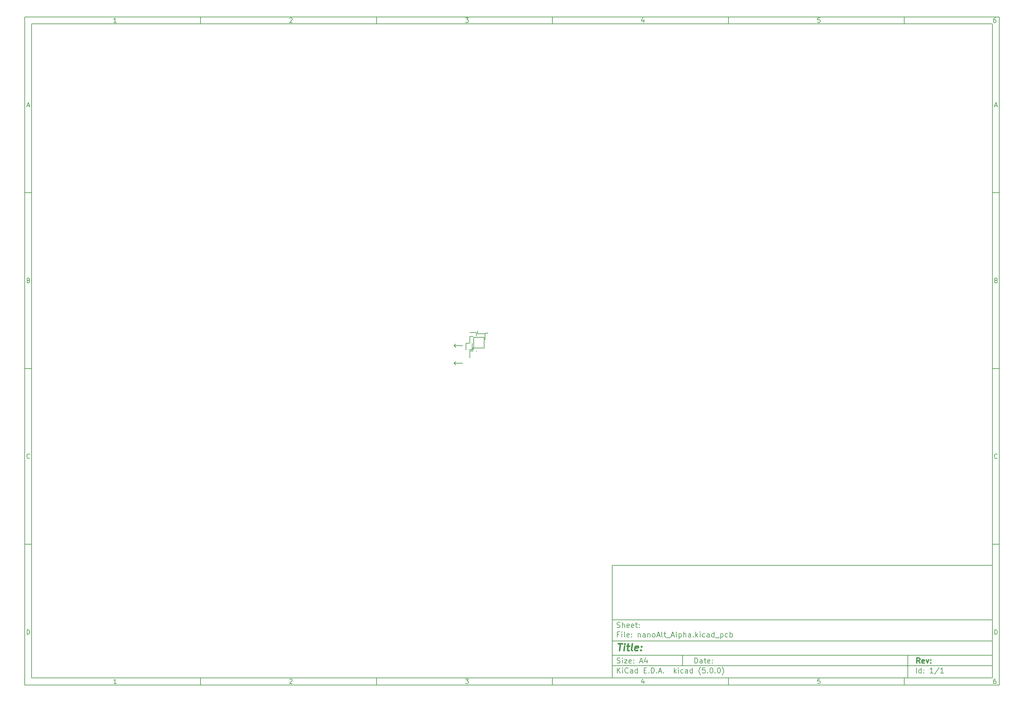
<source format=gbr>
G04 #@! TF.GenerationSoftware,KiCad,Pcbnew,(5.0.0)*
G04 #@! TF.CreationDate,2018-07-29T19:12:53+01:00*
G04 #@! TF.ProjectId,nanoAlt_Alpha,6E616E6F416C745F416C7068612E6B69,rev?*
G04 #@! TF.SameCoordinates,Original*
G04 #@! TF.FileFunction,Legend,Top*
G04 #@! TF.FilePolarity,Positive*
%FSLAX46Y46*%
G04 Gerber Fmt 4.6, Leading zero omitted, Abs format (unit mm)*
G04 Created by KiCad (PCBNEW (5.0.0)) date 07/29/18 19:12:53*
%MOMM*%
%LPD*%
G01*
G04 APERTURE LIST*
%ADD10C,0.100000*%
%ADD11C,0.150000*%
%ADD12C,0.300000*%
%ADD13C,0.400000*%
%ADD14C,0.200000*%
%ADD15C,0.254000*%
%ADD16R,1.025400X1.025400*%
%ADD17C,0.325400*%
%ADD18R,0.625400X0.625400*%
%ADD19C,3.025400*%
%ADD20R,0.825400X0.825400*%
%ADD21C,0.825400*%
G04 APERTURE END LIST*
D10*
D11*
X177002200Y-166007200D02*
X177002200Y-198007200D01*
X285002200Y-198007200D01*
X285002200Y-166007200D01*
X177002200Y-166007200D01*
D10*
D11*
X10000000Y-10000000D02*
X10000000Y-200007200D01*
X287002200Y-200007200D01*
X287002200Y-10000000D01*
X10000000Y-10000000D01*
D10*
D11*
X12000000Y-12000000D02*
X12000000Y-198007200D01*
X285002200Y-198007200D01*
X285002200Y-12000000D01*
X12000000Y-12000000D01*
D10*
D11*
X60000000Y-12000000D02*
X60000000Y-10000000D01*
D10*
D11*
X110000000Y-12000000D02*
X110000000Y-10000000D01*
D10*
D11*
X160000000Y-12000000D02*
X160000000Y-10000000D01*
D10*
D11*
X210000000Y-12000000D02*
X210000000Y-10000000D01*
D10*
D11*
X260000000Y-12000000D02*
X260000000Y-10000000D01*
D10*
D11*
X36065476Y-11588095D02*
X35322619Y-11588095D01*
X35694047Y-11588095D02*
X35694047Y-10288095D01*
X35570238Y-10473809D01*
X35446428Y-10597619D01*
X35322619Y-10659523D01*
D10*
D11*
X85322619Y-10411904D02*
X85384523Y-10350000D01*
X85508333Y-10288095D01*
X85817857Y-10288095D01*
X85941666Y-10350000D01*
X86003571Y-10411904D01*
X86065476Y-10535714D01*
X86065476Y-10659523D01*
X86003571Y-10845238D01*
X85260714Y-11588095D01*
X86065476Y-11588095D01*
D10*
D11*
X135260714Y-10288095D02*
X136065476Y-10288095D01*
X135632142Y-10783333D01*
X135817857Y-10783333D01*
X135941666Y-10845238D01*
X136003571Y-10907142D01*
X136065476Y-11030952D01*
X136065476Y-11340476D01*
X136003571Y-11464285D01*
X135941666Y-11526190D01*
X135817857Y-11588095D01*
X135446428Y-11588095D01*
X135322619Y-11526190D01*
X135260714Y-11464285D01*
D10*
D11*
X185941666Y-10721428D02*
X185941666Y-11588095D01*
X185632142Y-10226190D02*
X185322619Y-11154761D01*
X186127380Y-11154761D01*
D10*
D11*
X236003571Y-10288095D02*
X235384523Y-10288095D01*
X235322619Y-10907142D01*
X235384523Y-10845238D01*
X235508333Y-10783333D01*
X235817857Y-10783333D01*
X235941666Y-10845238D01*
X236003571Y-10907142D01*
X236065476Y-11030952D01*
X236065476Y-11340476D01*
X236003571Y-11464285D01*
X235941666Y-11526190D01*
X235817857Y-11588095D01*
X235508333Y-11588095D01*
X235384523Y-11526190D01*
X235322619Y-11464285D01*
D10*
D11*
X285941666Y-10288095D02*
X285694047Y-10288095D01*
X285570238Y-10350000D01*
X285508333Y-10411904D01*
X285384523Y-10597619D01*
X285322619Y-10845238D01*
X285322619Y-11340476D01*
X285384523Y-11464285D01*
X285446428Y-11526190D01*
X285570238Y-11588095D01*
X285817857Y-11588095D01*
X285941666Y-11526190D01*
X286003571Y-11464285D01*
X286065476Y-11340476D01*
X286065476Y-11030952D01*
X286003571Y-10907142D01*
X285941666Y-10845238D01*
X285817857Y-10783333D01*
X285570238Y-10783333D01*
X285446428Y-10845238D01*
X285384523Y-10907142D01*
X285322619Y-11030952D01*
D10*
D11*
X60000000Y-198007200D02*
X60000000Y-200007200D01*
D10*
D11*
X110000000Y-198007200D02*
X110000000Y-200007200D01*
D10*
D11*
X160000000Y-198007200D02*
X160000000Y-200007200D01*
D10*
D11*
X210000000Y-198007200D02*
X210000000Y-200007200D01*
D10*
D11*
X260000000Y-198007200D02*
X260000000Y-200007200D01*
D10*
D11*
X36065476Y-199595295D02*
X35322619Y-199595295D01*
X35694047Y-199595295D02*
X35694047Y-198295295D01*
X35570238Y-198481009D01*
X35446428Y-198604819D01*
X35322619Y-198666723D01*
D10*
D11*
X85322619Y-198419104D02*
X85384523Y-198357200D01*
X85508333Y-198295295D01*
X85817857Y-198295295D01*
X85941666Y-198357200D01*
X86003571Y-198419104D01*
X86065476Y-198542914D01*
X86065476Y-198666723D01*
X86003571Y-198852438D01*
X85260714Y-199595295D01*
X86065476Y-199595295D01*
D10*
D11*
X135260714Y-198295295D02*
X136065476Y-198295295D01*
X135632142Y-198790533D01*
X135817857Y-198790533D01*
X135941666Y-198852438D01*
X136003571Y-198914342D01*
X136065476Y-199038152D01*
X136065476Y-199347676D01*
X136003571Y-199471485D01*
X135941666Y-199533390D01*
X135817857Y-199595295D01*
X135446428Y-199595295D01*
X135322619Y-199533390D01*
X135260714Y-199471485D01*
D10*
D11*
X185941666Y-198728628D02*
X185941666Y-199595295D01*
X185632142Y-198233390D02*
X185322619Y-199161961D01*
X186127380Y-199161961D01*
D10*
D11*
X236003571Y-198295295D02*
X235384523Y-198295295D01*
X235322619Y-198914342D01*
X235384523Y-198852438D01*
X235508333Y-198790533D01*
X235817857Y-198790533D01*
X235941666Y-198852438D01*
X236003571Y-198914342D01*
X236065476Y-199038152D01*
X236065476Y-199347676D01*
X236003571Y-199471485D01*
X235941666Y-199533390D01*
X235817857Y-199595295D01*
X235508333Y-199595295D01*
X235384523Y-199533390D01*
X235322619Y-199471485D01*
D10*
D11*
X285941666Y-198295295D02*
X285694047Y-198295295D01*
X285570238Y-198357200D01*
X285508333Y-198419104D01*
X285384523Y-198604819D01*
X285322619Y-198852438D01*
X285322619Y-199347676D01*
X285384523Y-199471485D01*
X285446428Y-199533390D01*
X285570238Y-199595295D01*
X285817857Y-199595295D01*
X285941666Y-199533390D01*
X286003571Y-199471485D01*
X286065476Y-199347676D01*
X286065476Y-199038152D01*
X286003571Y-198914342D01*
X285941666Y-198852438D01*
X285817857Y-198790533D01*
X285570238Y-198790533D01*
X285446428Y-198852438D01*
X285384523Y-198914342D01*
X285322619Y-199038152D01*
D10*
D11*
X10000000Y-60000000D02*
X12000000Y-60000000D01*
D10*
D11*
X10000000Y-110000000D02*
X12000000Y-110000000D01*
D10*
D11*
X10000000Y-160000000D02*
X12000000Y-160000000D01*
D10*
D11*
X10690476Y-35216666D02*
X11309523Y-35216666D01*
X10566666Y-35588095D02*
X11000000Y-34288095D01*
X11433333Y-35588095D01*
D10*
D11*
X11092857Y-84907142D02*
X11278571Y-84969047D01*
X11340476Y-85030952D01*
X11402380Y-85154761D01*
X11402380Y-85340476D01*
X11340476Y-85464285D01*
X11278571Y-85526190D01*
X11154761Y-85588095D01*
X10659523Y-85588095D01*
X10659523Y-84288095D01*
X11092857Y-84288095D01*
X11216666Y-84350000D01*
X11278571Y-84411904D01*
X11340476Y-84535714D01*
X11340476Y-84659523D01*
X11278571Y-84783333D01*
X11216666Y-84845238D01*
X11092857Y-84907142D01*
X10659523Y-84907142D01*
D10*
D11*
X11402380Y-135464285D02*
X11340476Y-135526190D01*
X11154761Y-135588095D01*
X11030952Y-135588095D01*
X10845238Y-135526190D01*
X10721428Y-135402380D01*
X10659523Y-135278571D01*
X10597619Y-135030952D01*
X10597619Y-134845238D01*
X10659523Y-134597619D01*
X10721428Y-134473809D01*
X10845238Y-134350000D01*
X11030952Y-134288095D01*
X11154761Y-134288095D01*
X11340476Y-134350000D01*
X11402380Y-134411904D01*
D10*
D11*
X10659523Y-185588095D02*
X10659523Y-184288095D01*
X10969047Y-184288095D01*
X11154761Y-184350000D01*
X11278571Y-184473809D01*
X11340476Y-184597619D01*
X11402380Y-184845238D01*
X11402380Y-185030952D01*
X11340476Y-185278571D01*
X11278571Y-185402380D01*
X11154761Y-185526190D01*
X10969047Y-185588095D01*
X10659523Y-185588095D01*
D10*
D11*
X287002200Y-60000000D02*
X285002200Y-60000000D01*
D10*
D11*
X287002200Y-110000000D02*
X285002200Y-110000000D01*
D10*
D11*
X287002200Y-160000000D02*
X285002200Y-160000000D01*
D10*
D11*
X285692676Y-35216666D02*
X286311723Y-35216666D01*
X285568866Y-35588095D02*
X286002200Y-34288095D01*
X286435533Y-35588095D01*
D10*
D11*
X286095057Y-84907142D02*
X286280771Y-84969047D01*
X286342676Y-85030952D01*
X286404580Y-85154761D01*
X286404580Y-85340476D01*
X286342676Y-85464285D01*
X286280771Y-85526190D01*
X286156961Y-85588095D01*
X285661723Y-85588095D01*
X285661723Y-84288095D01*
X286095057Y-84288095D01*
X286218866Y-84350000D01*
X286280771Y-84411904D01*
X286342676Y-84535714D01*
X286342676Y-84659523D01*
X286280771Y-84783333D01*
X286218866Y-84845238D01*
X286095057Y-84907142D01*
X285661723Y-84907142D01*
D10*
D11*
X286404580Y-135464285D02*
X286342676Y-135526190D01*
X286156961Y-135588095D01*
X286033152Y-135588095D01*
X285847438Y-135526190D01*
X285723628Y-135402380D01*
X285661723Y-135278571D01*
X285599819Y-135030952D01*
X285599819Y-134845238D01*
X285661723Y-134597619D01*
X285723628Y-134473809D01*
X285847438Y-134350000D01*
X286033152Y-134288095D01*
X286156961Y-134288095D01*
X286342676Y-134350000D01*
X286404580Y-134411904D01*
D10*
D11*
X285661723Y-185588095D02*
X285661723Y-184288095D01*
X285971247Y-184288095D01*
X286156961Y-184350000D01*
X286280771Y-184473809D01*
X286342676Y-184597619D01*
X286404580Y-184845238D01*
X286404580Y-185030952D01*
X286342676Y-185278571D01*
X286280771Y-185402380D01*
X286156961Y-185526190D01*
X285971247Y-185588095D01*
X285661723Y-185588095D01*
D10*
D11*
X200434342Y-193785771D02*
X200434342Y-192285771D01*
X200791485Y-192285771D01*
X201005771Y-192357200D01*
X201148628Y-192500057D01*
X201220057Y-192642914D01*
X201291485Y-192928628D01*
X201291485Y-193142914D01*
X201220057Y-193428628D01*
X201148628Y-193571485D01*
X201005771Y-193714342D01*
X200791485Y-193785771D01*
X200434342Y-193785771D01*
X202577200Y-193785771D02*
X202577200Y-193000057D01*
X202505771Y-192857200D01*
X202362914Y-192785771D01*
X202077200Y-192785771D01*
X201934342Y-192857200D01*
X202577200Y-193714342D02*
X202434342Y-193785771D01*
X202077200Y-193785771D01*
X201934342Y-193714342D01*
X201862914Y-193571485D01*
X201862914Y-193428628D01*
X201934342Y-193285771D01*
X202077200Y-193214342D01*
X202434342Y-193214342D01*
X202577200Y-193142914D01*
X203077200Y-192785771D02*
X203648628Y-192785771D01*
X203291485Y-192285771D02*
X203291485Y-193571485D01*
X203362914Y-193714342D01*
X203505771Y-193785771D01*
X203648628Y-193785771D01*
X204720057Y-193714342D02*
X204577200Y-193785771D01*
X204291485Y-193785771D01*
X204148628Y-193714342D01*
X204077200Y-193571485D01*
X204077200Y-193000057D01*
X204148628Y-192857200D01*
X204291485Y-192785771D01*
X204577200Y-192785771D01*
X204720057Y-192857200D01*
X204791485Y-193000057D01*
X204791485Y-193142914D01*
X204077200Y-193285771D01*
X205434342Y-193642914D02*
X205505771Y-193714342D01*
X205434342Y-193785771D01*
X205362914Y-193714342D01*
X205434342Y-193642914D01*
X205434342Y-193785771D01*
X205434342Y-192857200D02*
X205505771Y-192928628D01*
X205434342Y-193000057D01*
X205362914Y-192928628D01*
X205434342Y-192857200D01*
X205434342Y-193000057D01*
D10*
D11*
X177002200Y-194507200D02*
X285002200Y-194507200D01*
D10*
D11*
X178434342Y-196585771D02*
X178434342Y-195085771D01*
X179291485Y-196585771D02*
X178648628Y-195728628D01*
X179291485Y-195085771D02*
X178434342Y-195942914D01*
X179934342Y-196585771D02*
X179934342Y-195585771D01*
X179934342Y-195085771D02*
X179862914Y-195157200D01*
X179934342Y-195228628D01*
X180005771Y-195157200D01*
X179934342Y-195085771D01*
X179934342Y-195228628D01*
X181505771Y-196442914D02*
X181434342Y-196514342D01*
X181220057Y-196585771D01*
X181077200Y-196585771D01*
X180862914Y-196514342D01*
X180720057Y-196371485D01*
X180648628Y-196228628D01*
X180577200Y-195942914D01*
X180577200Y-195728628D01*
X180648628Y-195442914D01*
X180720057Y-195300057D01*
X180862914Y-195157200D01*
X181077200Y-195085771D01*
X181220057Y-195085771D01*
X181434342Y-195157200D01*
X181505771Y-195228628D01*
X182791485Y-196585771D02*
X182791485Y-195800057D01*
X182720057Y-195657200D01*
X182577200Y-195585771D01*
X182291485Y-195585771D01*
X182148628Y-195657200D01*
X182791485Y-196514342D02*
X182648628Y-196585771D01*
X182291485Y-196585771D01*
X182148628Y-196514342D01*
X182077200Y-196371485D01*
X182077200Y-196228628D01*
X182148628Y-196085771D01*
X182291485Y-196014342D01*
X182648628Y-196014342D01*
X182791485Y-195942914D01*
X184148628Y-196585771D02*
X184148628Y-195085771D01*
X184148628Y-196514342D02*
X184005771Y-196585771D01*
X183720057Y-196585771D01*
X183577200Y-196514342D01*
X183505771Y-196442914D01*
X183434342Y-196300057D01*
X183434342Y-195871485D01*
X183505771Y-195728628D01*
X183577200Y-195657200D01*
X183720057Y-195585771D01*
X184005771Y-195585771D01*
X184148628Y-195657200D01*
X186005771Y-195800057D02*
X186505771Y-195800057D01*
X186720057Y-196585771D02*
X186005771Y-196585771D01*
X186005771Y-195085771D01*
X186720057Y-195085771D01*
X187362914Y-196442914D02*
X187434342Y-196514342D01*
X187362914Y-196585771D01*
X187291485Y-196514342D01*
X187362914Y-196442914D01*
X187362914Y-196585771D01*
X188077200Y-196585771D02*
X188077200Y-195085771D01*
X188434342Y-195085771D01*
X188648628Y-195157200D01*
X188791485Y-195300057D01*
X188862914Y-195442914D01*
X188934342Y-195728628D01*
X188934342Y-195942914D01*
X188862914Y-196228628D01*
X188791485Y-196371485D01*
X188648628Y-196514342D01*
X188434342Y-196585771D01*
X188077200Y-196585771D01*
X189577200Y-196442914D02*
X189648628Y-196514342D01*
X189577200Y-196585771D01*
X189505771Y-196514342D01*
X189577200Y-196442914D01*
X189577200Y-196585771D01*
X190220057Y-196157200D02*
X190934342Y-196157200D01*
X190077200Y-196585771D02*
X190577200Y-195085771D01*
X191077200Y-196585771D01*
X191577200Y-196442914D02*
X191648628Y-196514342D01*
X191577200Y-196585771D01*
X191505771Y-196514342D01*
X191577200Y-196442914D01*
X191577200Y-196585771D01*
X194577200Y-196585771D02*
X194577200Y-195085771D01*
X194720057Y-196014342D02*
X195148628Y-196585771D01*
X195148628Y-195585771D02*
X194577200Y-196157200D01*
X195791485Y-196585771D02*
X195791485Y-195585771D01*
X195791485Y-195085771D02*
X195720057Y-195157200D01*
X195791485Y-195228628D01*
X195862914Y-195157200D01*
X195791485Y-195085771D01*
X195791485Y-195228628D01*
X197148628Y-196514342D02*
X197005771Y-196585771D01*
X196720057Y-196585771D01*
X196577200Y-196514342D01*
X196505771Y-196442914D01*
X196434342Y-196300057D01*
X196434342Y-195871485D01*
X196505771Y-195728628D01*
X196577200Y-195657200D01*
X196720057Y-195585771D01*
X197005771Y-195585771D01*
X197148628Y-195657200D01*
X198434342Y-196585771D02*
X198434342Y-195800057D01*
X198362914Y-195657200D01*
X198220057Y-195585771D01*
X197934342Y-195585771D01*
X197791485Y-195657200D01*
X198434342Y-196514342D02*
X198291485Y-196585771D01*
X197934342Y-196585771D01*
X197791485Y-196514342D01*
X197720057Y-196371485D01*
X197720057Y-196228628D01*
X197791485Y-196085771D01*
X197934342Y-196014342D01*
X198291485Y-196014342D01*
X198434342Y-195942914D01*
X199791485Y-196585771D02*
X199791485Y-195085771D01*
X199791485Y-196514342D02*
X199648628Y-196585771D01*
X199362914Y-196585771D01*
X199220057Y-196514342D01*
X199148628Y-196442914D01*
X199077200Y-196300057D01*
X199077200Y-195871485D01*
X199148628Y-195728628D01*
X199220057Y-195657200D01*
X199362914Y-195585771D01*
X199648628Y-195585771D01*
X199791485Y-195657200D01*
X202077200Y-197157200D02*
X202005771Y-197085771D01*
X201862914Y-196871485D01*
X201791485Y-196728628D01*
X201720057Y-196514342D01*
X201648628Y-196157200D01*
X201648628Y-195871485D01*
X201720057Y-195514342D01*
X201791485Y-195300057D01*
X201862914Y-195157200D01*
X202005771Y-194942914D01*
X202077200Y-194871485D01*
X203362914Y-195085771D02*
X202648628Y-195085771D01*
X202577200Y-195800057D01*
X202648628Y-195728628D01*
X202791485Y-195657200D01*
X203148628Y-195657200D01*
X203291485Y-195728628D01*
X203362914Y-195800057D01*
X203434342Y-195942914D01*
X203434342Y-196300057D01*
X203362914Y-196442914D01*
X203291485Y-196514342D01*
X203148628Y-196585771D01*
X202791485Y-196585771D01*
X202648628Y-196514342D01*
X202577200Y-196442914D01*
X204077200Y-196442914D02*
X204148628Y-196514342D01*
X204077200Y-196585771D01*
X204005771Y-196514342D01*
X204077200Y-196442914D01*
X204077200Y-196585771D01*
X205077200Y-195085771D02*
X205220057Y-195085771D01*
X205362914Y-195157200D01*
X205434342Y-195228628D01*
X205505771Y-195371485D01*
X205577200Y-195657200D01*
X205577200Y-196014342D01*
X205505771Y-196300057D01*
X205434342Y-196442914D01*
X205362914Y-196514342D01*
X205220057Y-196585771D01*
X205077200Y-196585771D01*
X204934342Y-196514342D01*
X204862914Y-196442914D01*
X204791485Y-196300057D01*
X204720057Y-196014342D01*
X204720057Y-195657200D01*
X204791485Y-195371485D01*
X204862914Y-195228628D01*
X204934342Y-195157200D01*
X205077200Y-195085771D01*
X206220057Y-196442914D02*
X206291485Y-196514342D01*
X206220057Y-196585771D01*
X206148628Y-196514342D01*
X206220057Y-196442914D01*
X206220057Y-196585771D01*
X207220057Y-195085771D02*
X207362914Y-195085771D01*
X207505771Y-195157200D01*
X207577200Y-195228628D01*
X207648628Y-195371485D01*
X207720057Y-195657200D01*
X207720057Y-196014342D01*
X207648628Y-196300057D01*
X207577200Y-196442914D01*
X207505771Y-196514342D01*
X207362914Y-196585771D01*
X207220057Y-196585771D01*
X207077200Y-196514342D01*
X207005771Y-196442914D01*
X206934342Y-196300057D01*
X206862914Y-196014342D01*
X206862914Y-195657200D01*
X206934342Y-195371485D01*
X207005771Y-195228628D01*
X207077200Y-195157200D01*
X207220057Y-195085771D01*
X208220057Y-197157200D02*
X208291485Y-197085771D01*
X208434342Y-196871485D01*
X208505771Y-196728628D01*
X208577200Y-196514342D01*
X208648628Y-196157200D01*
X208648628Y-195871485D01*
X208577200Y-195514342D01*
X208505771Y-195300057D01*
X208434342Y-195157200D01*
X208291485Y-194942914D01*
X208220057Y-194871485D01*
D10*
D11*
X177002200Y-191507200D02*
X285002200Y-191507200D01*
D10*
D12*
X264411485Y-193785771D02*
X263911485Y-193071485D01*
X263554342Y-193785771D02*
X263554342Y-192285771D01*
X264125771Y-192285771D01*
X264268628Y-192357200D01*
X264340057Y-192428628D01*
X264411485Y-192571485D01*
X264411485Y-192785771D01*
X264340057Y-192928628D01*
X264268628Y-193000057D01*
X264125771Y-193071485D01*
X263554342Y-193071485D01*
X265625771Y-193714342D02*
X265482914Y-193785771D01*
X265197200Y-193785771D01*
X265054342Y-193714342D01*
X264982914Y-193571485D01*
X264982914Y-193000057D01*
X265054342Y-192857200D01*
X265197200Y-192785771D01*
X265482914Y-192785771D01*
X265625771Y-192857200D01*
X265697200Y-193000057D01*
X265697200Y-193142914D01*
X264982914Y-193285771D01*
X266197200Y-192785771D02*
X266554342Y-193785771D01*
X266911485Y-192785771D01*
X267482914Y-193642914D02*
X267554342Y-193714342D01*
X267482914Y-193785771D01*
X267411485Y-193714342D01*
X267482914Y-193642914D01*
X267482914Y-193785771D01*
X267482914Y-192857200D02*
X267554342Y-192928628D01*
X267482914Y-193000057D01*
X267411485Y-192928628D01*
X267482914Y-192857200D01*
X267482914Y-193000057D01*
D10*
D11*
X178362914Y-193714342D02*
X178577200Y-193785771D01*
X178934342Y-193785771D01*
X179077200Y-193714342D01*
X179148628Y-193642914D01*
X179220057Y-193500057D01*
X179220057Y-193357200D01*
X179148628Y-193214342D01*
X179077200Y-193142914D01*
X178934342Y-193071485D01*
X178648628Y-193000057D01*
X178505771Y-192928628D01*
X178434342Y-192857200D01*
X178362914Y-192714342D01*
X178362914Y-192571485D01*
X178434342Y-192428628D01*
X178505771Y-192357200D01*
X178648628Y-192285771D01*
X179005771Y-192285771D01*
X179220057Y-192357200D01*
X179862914Y-193785771D02*
X179862914Y-192785771D01*
X179862914Y-192285771D02*
X179791485Y-192357200D01*
X179862914Y-192428628D01*
X179934342Y-192357200D01*
X179862914Y-192285771D01*
X179862914Y-192428628D01*
X180434342Y-192785771D02*
X181220057Y-192785771D01*
X180434342Y-193785771D01*
X181220057Y-193785771D01*
X182362914Y-193714342D02*
X182220057Y-193785771D01*
X181934342Y-193785771D01*
X181791485Y-193714342D01*
X181720057Y-193571485D01*
X181720057Y-193000057D01*
X181791485Y-192857200D01*
X181934342Y-192785771D01*
X182220057Y-192785771D01*
X182362914Y-192857200D01*
X182434342Y-193000057D01*
X182434342Y-193142914D01*
X181720057Y-193285771D01*
X183077200Y-193642914D02*
X183148628Y-193714342D01*
X183077200Y-193785771D01*
X183005771Y-193714342D01*
X183077200Y-193642914D01*
X183077200Y-193785771D01*
X183077200Y-192857200D02*
X183148628Y-192928628D01*
X183077200Y-193000057D01*
X183005771Y-192928628D01*
X183077200Y-192857200D01*
X183077200Y-193000057D01*
X184862914Y-193357200D02*
X185577200Y-193357200D01*
X184720057Y-193785771D02*
X185220057Y-192285771D01*
X185720057Y-193785771D01*
X186862914Y-192785771D02*
X186862914Y-193785771D01*
X186505771Y-192214342D02*
X186148628Y-193285771D01*
X187077200Y-193285771D01*
D10*
D11*
X263434342Y-196585771D02*
X263434342Y-195085771D01*
X264791485Y-196585771D02*
X264791485Y-195085771D01*
X264791485Y-196514342D02*
X264648628Y-196585771D01*
X264362914Y-196585771D01*
X264220057Y-196514342D01*
X264148628Y-196442914D01*
X264077200Y-196300057D01*
X264077200Y-195871485D01*
X264148628Y-195728628D01*
X264220057Y-195657200D01*
X264362914Y-195585771D01*
X264648628Y-195585771D01*
X264791485Y-195657200D01*
X265505771Y-196442914D02*
X265577200Y-196514342D01*
X265505771Y-196585771D01*
X265434342Y-196514342D01*
X265505771Y-196442914D01*
X265505771Y-196585771D01*
X265505771Y-195657200D02*
X265577200Y-195728628D01*
X265505771Y-195800057D01*
X265434342Y-195728628D01*
X265505771Y-195657200D01*
X265505771Y-195800057D01*
X268148628Y-196585771D02*
X267291485Y-196585771D01*
X267720057Y-196585771D02*
X267720057Y-195085771D01*
X267577200Y-195300057D01*
X267434342Y-195442914D01*
X267291485Y-195514342D01*
X269862914Y-195014342D02*
X268577200Y-196942914D01*
X271148628Y-196585771D02*
X270291485Y-196585771D01*
X270720057Y-196585771D02*
X270720057Y-195085771D01*
X270577200Y-195300057D01*
X270434342Y-195442914D01*
X270291485Y-195514342D01*
D10*
D11*
X177002200Y-187507200D02*
X285002200Y-187507200D01*
D10*
D13*
X178714580Y-188211961D02*
X179857438Y-188211961D01*
X179036009Y-190211961D02*
X179286009Y-188211961D01*
X180274104Y-190211961D02*
X180440771Y-188878628D01*
X180524104Y-188211961D02*
X180416961Y-188307200D01*
X180500295Y-188402438D01*
X180607438Y-188307200D01*
X180524104Y-188211961D01*
X180500295Y-188402438D01*
X181107438Y-188878628D02*
X181869342Y-188878628D01*
X181476485Y-188211961D02*
X181262200Y-189926247D01*
X181333628Y-190116723D01*
X181512200Y-190211961D01*
X181702676Y-190211961D01*
X182655057Y-190211961D02*
X182476485Y-190116723D01*
X182405057Y-189926247D01*
X182619342Y-188211961D01*
X184190771Y-190116723D02*
X183988390Y-190211961D01*
X183607438Y-190211961D01*
X183428866Y-190116723D01*
X183357438Y-189926247D01*
X183452676Y-189164342D01*
X183571723Y-188973866D01*
X183774104Y-188878628D01*
X184155057Y-188878628D01*
X184333628Y-188973866D01*
X184405057Y-189164342D01*
X184381247Y-189354819D01*
X183405057Y-189545295D01*
X185155057Y-190021485D02*
X185238390Y-190116723D01*
X185131247Y-190211961D01*
X185047914Y-190116723D01*
X185155057Y-190021485D01*
X185131247Y-190211961D01*
X185286009Y-188973866D02*
X185369342Y-189069104D01*
X185262200Y-189164342D01*
X185178866Y-189069104D01*
X185286009Y-188973866D01*
X185262200Y-189164342D01*
D10*
D11*
X178934342Y-185600057D02*
X178434342Y-185600057D01*
X178434342Y-186385771D02*
X178434342Y-184885771D01*
X179148628Y-184885771D01*
X179720057Y-186385771D02*
X179720057Y-185385771D01*
X179720057Y-184885771D02*
X179648628Y-184957200D01*
X179720057Y-185028628D01*
X179791485Y-184957200D01*
X179720057Y-184885771D01*
X179720057Y-185028628D01*
X180648628Y-186385771D02*
X180505771Y-186314342D01*
X180434342Y-186171485D01*
X180434342Y-184885771D01*
X181791485Y-186314342D02*
X181648628Y-186385771D01*
X181362914Y-186385771D01*
X181220057Y-186314342D01*
X181148628Y-186171485D01*
X181148628Y-185600057D01*
X181220057Y-185457200D01*
X181362914Y-185385771D01*
X181648628Y-185385771D01*
X181791485Y-185457200D01*
X181862914Y-185600057D01*
X181862914Y-185742914D01*
X181148628Y-185885771D01*
X182505771Y-186242914D02*
X182577200Y-186314342D01*
X182505771Y-186385771D01*
X182434342Y-186314342D01*
X182505771Y-186242914D01*
X182505771Y-186385771D01*
X182505771Y-185457200D02*
X182577200Y-185528628D01*
X182505771Y-185600057D01*
X182434342Y-185528628D01*
X182505771Y-185457200D01*
X182505771Y-185600057D01*
X184362914Y-185385771D02*
X184362914Y-186385771D01*
X184362914Y-185528628D02*
X184434342Y-185457200D01*
X184577200Y-185385771D01*
X184791485Y-185385771D01*
X184934342Y-185457200D01*
X185005771Y-185600057D01*
X185005771Y-186385771D01*
X186362914Y-186385771D02*
X186362914Y-185600057D01*
X186291485Y-185457200D01*
X186148628Y-185385771D01*
X185862914Y-185385771D01*
X185720057Y-185457200D01*
X186362914Y-186314342D02*
X186220057Y-186385771D01*
X185862914Y-186385771D01*
X185720057Y-186314342D01*
X185648628Y-186171485D01*
X185648628Y-186028628D01*
X185720057Y-185885771D01*
X185862914Y-185814342D01*
X186220057Y-185814342D01*
X186362914Y-185742914D01*
X187077200Y-185385771D02*
X187077200Y-186385771D01*
X187077200Y-185528628D02*
X187148628Y-185457200D01*
X187291485Y-185385771D01*
X187505771Y-185385771D01*
X187648628Y-185457200D01*
X187720057Y-185600057D01*
X187720057Y-186385771D01*
X188648628Y-186385771D02*
X188505771Y-186314342D01*
X188434342Y-186242914D01*
X188362914Y-186100057D01*
X188362914Y-185671485D01*
X188434342Y-185528628D01*
X188505771Y-185457200D01*
X188648628Y-185385771D01*
X188862914Y-185385771D01*
X189005771Y-185457200D01*
X189077200Y-185528628D01*
X189148628Y-185671485D01*
X189148628Y-186100057D01*
X189077200Y-186242914D01*
X189005771Y-186314342D01*
X188862914Y-186385771D01*
X188648628Y-186385771D01*
X189720057Y-185957200D02*
X190434342Y-185957200D01*
X189577200Y-186385771D02*
X190077200Y-184885771D01*
X190577200Y-186385771D01*
X191291485Y-186385771D02*
X191148628Y-186314342D01*
X191077200Y-186171485D01*
X191077200Y-184885771D01*
X191648628Y-185385771D02*
X192220057Y-185385771D01*
X191862914Y-184885771D02*
X191862914Y-186171485D01*
X191934342Y-186314342D01*
X192077200Y-186385771D01*
X192220057Y-186385771D01*
X192362914Y-186528628D02*
X193505771Y-186528628D01*
X193791485Y-185957200D02*
X194505771Y-185957200D01*
X193648628Y-186385771D02*
X194148628Y-184885771D01*
X194648628Y-186385771D01*
X195362914Y-186385771D02*
X195220057Y-186314342D01*
X195148628Y-186171485D01*
X195148628Y-184885771D01*
X195934342Y-185385771D02*
X195934342Y-186885771D01*
X195934342Y-185457200D02*
X196077200Y-185385771D01*
X196362914Y-185385771D01*
X196505771Y-185457200D01*
X196577200Y-185528628D01*
X196648628Y-185671485D01*
X196648628Y-186100057D01*
X196577200Y-186242914D01*
X196505771Y-186314342D01*
X196362914Y-186385771D01*
X196077200Y-186385771D01*
X195934342Y-186314342D01*
X197291485Y-186385771D02*
X197291485Y-184885771D01*
X197934342Y-186385771D02*
X197934342Y-185600057D01*
X197862914Y-185457200D01*
X197720057Y-185385771D01*
X197505771Y-185385771D01*
X197362914Y-185457200D01*
X197291485Y-185528628D01*
X199291485Y-186385771D02*
X199291485Y-185600057D01*
X199220057Y-185457200D01*
X199077200Y-185385771D01*
X198791485Y-185385771D01*
X198648628Y-185457200D01*
X199291485Y-186314342D02*
X199148628Y-186385771D01*
X198791485Y-186385771D01*
X198648628Y-186314342D01*
X198577200Y-186171485D01*
X198577200Y-186028628D01*
X198648628Y-185885771D01*
X198791485Y-185814342D01*
X199148628Y-185814342D01*
X199291485Y-185742914D01*
X200005771Y-186242914D02*
X200077200Y-186314342D01*
X200005771Y-186385771D01*
X199934342Y-186314342D01*
X200005771Y-186242914D01*
X200005771Y-186385771D01*
X200720057Y-186385771D02*
X200720057Y-184885771D01*
X200862914Y-185814342D02*
X201291485Y-186385771D01*
X201291485Y-185385771D02*
X200720057Y-185957200D01*
X201934342Y-186385771D02*
X201934342Y-185385771D01*
X201934342Y-184885771D02*
X201862914Y-184957200D01*
X201934342Y-185028628D01*
X202005771Y-184957200D01*
X201934342Y-184885771D01*
X201934342Y-185028628D01*
X203291485Y-186314342D02*
X203148628Y-186385771D01*
X202862914Y-186385771D01*
X202720057Y-186314342D01*
X202648628Y-186242914D01*
X202577200Y-186100057D01*
X202577200Y-185671485D01*
X202648628Y-185528628D01*
X202720057Y-185457200D01*
X202862914Y-185385771D01*
X203148628Y-185385771D01*
X203291485Y-185457200D01*
X204577200Y-186385771D02*
X204577200Y-185600057D01*
X204505771Y-185457200D01*
X204362914Y-185385771D01*
X204077200Y-185385771D01*
X203934342Y-185457200D01*
X204577200Y-186314342D02*
X204434342Y-186385771D01*
X204077200Y-186385771D01*
X203934342Y-186314342D01*
X203862914Y-186171485D01*
X203862914Y-186028628D01*
X203934342Y-185885771D01*
X204077200Y-185814342D01*
X204434342Y-185814342D01*
X204577200Y-185742914D01*
X205934342Y-186385771D02*
X205934342Y-184885771D01*
X205934342Y-186314342D02*
X205791485Y-186385771D01*
X205505771Y-186385771D01*
X205362914Y-186314342D01*
X205291485Y-186242914D01*
X205220057Y-186100057D01*
X205220057Y-185671485D01*
X205291485Y-185528628D01*
X205362914Y-185457200D01*
X205505771Y-185385771D01*
X205791485Y-185385771D01*
X205934342Y-185457200D01*
X206291485Y-186528628D02*
X207434342Y-186528628D01*
X207791485Y-185385771D02*
X207791485Y-186885771D01*
X207791485Y-185457200D02*
X207934342Y-185385771D01*
X208220057Y-185385771D01*
X208362914Y-185457200D01*
X208434342Y-185528628D01*
X208505771Y-185671485D01*
X208505771Y-186100057D01*
X208434342Y-186242914D01*
X208362914Y-186314342D01*
X208220057Y-186385771D01*
X207934342Y-186385771D01*
X207791485Y-186314342D01*
X209791485Y-186314342D02*
X209648628Y-186385771D01*
X209362914Y-186385771D01*
X209220057Y-186314342D01*
X209148628Y-186242914D01*
X209077200Y-186100057D01*
X209077200Y-185671485D01*
X209148628Y-185528628D01*
X209220057Y-185457200D01*
X209362914Y-185385771D01*
X209648628Y-185385771D01*
X209791485Y-185457200D01*
X210434342Y-186385771D02*
X210434342Y-184885771D01*
X210434342Y-185457200D02*
X210577200Y-185385771D01*
X210862914Y-185385771D01*
X211005771Y-185457200D01*
X211077200Y-185528628D01*
X211148628Y-185671485D01*
X211148628Y-186100057D01*
X211077200Y-186242914D01*
X211005771Y-186314342D01*
X210862914Y-186385771D01*
X210577200Y-186385771D01*
X210434342Y-186314342D01*
D10*
D11*
X177002200Y-181507200D02*
X285002200Y-181507200D01*
D10*
D11*
X178362914Y-183614342D02*
X178577200Y-183685771D01*
X178934342Y-183685771D01*
X179077200Y-183614342D01*
X179148628Y-183542914D01*
X179220057Y-183400057D01*
X179220057Y-183257200D01*
X179148628Y-183114342D01*
X179077200Y-183042914D01*
X178934342Y-182971485D01*
X178648628Y-182900057D01*
X178505771Y-182828628D01*
X178434342Y-182757200D01*
X178362914Y-182614342D01*
X178362914Y-182471485D01*
X178434342Y-182328628D01*
X178505771Y-182257200D01*
X178648628Y-182185771D01*
X179005771Y-182185771D01*
X179220057Y-182257200D01*
X179862914Y-183685771D02*
X179862914Y-182185771D01*
X180505771Y-183685771D02*
X180505771Y-182900057D01*
X180434342Y-182757200D01*
X180291485Y-182685771D01*
X180077200Y-182685771D01*
X179934342Y-182757200D01*
X179862914Y-182828628D01*
X181791485Y-183614342D02*
X181648628Y-183685771D01*
X181362914Y-183685771D01*
X181220057Y-183614342D01*
X181148628Y-183471485D01*
X181148628Y-182900057D01*
X181220057Y-182757200D01*
X181362914Y-182685771D01*
X181648628Y-182685771D01*
X181791485Y-182757200D01*
X181862914Y-182900057D01*
X181862914Y-183042914D01*
X181148628Y-183185771D01*
X183077200Y-183614342D02*
X182934342Y-183685771D01*
X182648628Y-183685771D01*
X182505771Y-183614342D01*
X182434342Y-183471485D01*
X182434342Y-182900057D01*
X182505771Y-182757200D01*
X182648628Y-182685771D01*
X182934342Y-182685771D01*
X183077200Y-182757200D01*
X183148628Y-182900057D01*
X183148628Y-183042914D01*
X182434342Y-183185771D01*
X183577200Y-182685771D02*
X184148628Y-182685771D01*
X183791485Y-182185771D02*
X183791485Y-183471485D01*
X183862914Y-183614342D01*
X184005771Y-183685771D01*
X184148628Y-183685771D01*
X184648628Y-183542914D02*
X184720057Y-183614342D01*
X184648628Y-183685771D01*
X184577200Y-183614342D01*
X184648628Y-183542914D01*
X184648628Y-183685771D01*
X184648628Y-182757200D02*
X184720057Y-182828628D01*
X184648628Y-182900057D01*
X184577200Y-182828628D01*
X184648628Y-182757200D01*
X184648628Y-182900057D01*
D10*
D11*
X197002200Y-191507200D02*
X197002200Y-194507200D01*
D10*
D11*
X261002200Y-191507200D02*
X261002200Y-198007200D01*
D14*
X132000000Y-108500000D02*
X132500000Y-109000000D01*
X132500000Y-108000000D02*
X132000000Y-108500000D01*
X132000000Y-108500000D02*
X132500000Y-108000000D01*
X134500000Y-108500000D02*
X132000000Y-108500000D01*
X132500000Y-104000000D02*
X132000000Y-103500000D01*
X132500000Y-103000000D02*
X132000000Y-103500000D01*
X134500000Y-103500000D02*
X132000000Y-103500000D01*
D15*
G04 #@! TO.C,IC1*
X138452000Y-105098000D02*
G75*
G03X138452000Y-105098000I-40000J0D01*
G01*
D11*
G04 #@! TO.C,U1*
X137596500Y-104397500D02*
G75*
G03X137596500Y-104397500I-250000J0D01*
G01*
X137596500Y-104147500D02*
X140596500Y-104147500D01*
X137596500Y-101147500D02*
X137596500Y-104147500D01*
X140596500Y-101147500D02*
X137596500Y-101147500D01*
X140596500Y-104147500D02*
X140596500Y-101147500D01*
G04 #@! TO.C,D1*
X138410000Y-99807000D02*
X136510000Y-99807000D01*
X138410000Y-100707000D02*
X138410000Y-99807000D01*
G04 #@! TO.C,R2*
X137200000Y-104699500D02*
X137200000Y-102799500D01*
X136300000Y-104699500D02*
X137200000Y-104699500D01*
G04 #@! TO.C,R3*
X135430500Y-102799500D02*
X135430500Y-104699500D01*
X136330500Y-102799500D02*
X135430500Y-102799500D01*
G04 #@! TO.C,R4*
X136510000Y-100831000D02*
X136510000Y-102731000D01*
X137410000Y-100831000D02*
X136510000Y-100831000D01*
G04 #@! TO.C,C1*
X140820000Y-99920000D02*
X140820000Y-101820000D01*
X141720000Y-99920000D02*
X140820000Y-99920000D01*
G04 #@! TO.C,C2*
X136510000Y-105022000D02*
X136510000Y-106922000D01*
X137410000Y-105022000D02*
X136510000Y-105022000D01*
G04 #@! TO.C,R1*
X138740500Y-100135500D02*
X140640500Y-100135500D01*
X138740500Y-99235500D02*
X138740500Y-100135500D01*
G04 #@! TD*
%LPC*%
D16*
G04 #@! TO.C,IC1*
X139350000Y-105200000D03*
X139350000Y-107200000D03*
X141350000Y-107200000D03*
X141350000Y-105200000D03*
G04 #@! TD*
D17*
G04 #@! TO.C,U1*
X140071500Y-103622500D03*
X140071500Y-102972500D03*
X140071500Y-102322500D03*
X140071500Y-101672500D03*
X139421500Y-101672500D03*
X139421500Y-102322500D03*
X139421500Y-102972500D03*
X139421500Y-103622500D03*
X138771500Y-103622500D03*
X138771500Y-102972500D03*
X138771500Y-102322500D03*
X138771500Y-101672500D03*
X138121500Y-101672500D03*
X138121500Y-102322500D03*
X138121500Y-102972500D03*
G04 #@! TD*
D18*
G04 #@! TO.C,D1*
X137960000Y-100257000D03*
X136960000Y-100257000D03*
G04 #@! TD*
G04 #@! TO.C,R2*
X136750000Y-104249500D03*
X136750000Y-103249500D03*
G04 #@! TD*
G04 #@! TO.C,R3*
X135880500Y-103249500D03*
X135880500Y-104249500D03*
G04 #@! TD*
G04 #@! TO.C,R4*
X136960000Y-101281000D03*
X136960000Y-102281000D03*
G04 #@! TD*
G04 #@! TO.C,C1*
X141270000Y-100370000D03*
X141270000Y-101370000D03*
G04 #@! TD*
G04 #@! TO.C,C2*
X136960000Y-105472000D03*
X136960000Y-106472000D03*
G04 #@! TD*
G04 #@! TO.C,R1*
X139190500Y-99685500D03*
X140190500Y-99685500D03*
G04 #@! TD*
D19*
G04 #@! TO.C,INTEGRATE*
X133500000Y-106000000D03*
G04 #@! TD*
D20*
G04 #@! TO.C,J1*
X139954000Y-109728000D03*
D21*
X139954000Y-110998000D03*
X138684000Y-109728000D03*
X138684000Y-110998000D03*
X137414000Y-109728000D03*
X137414000Y-110998000D03*
G04 #@! TD*
M02*

</source>
